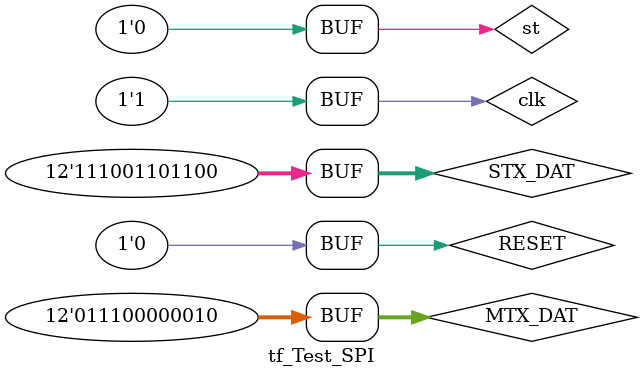
<source format=v>
module tf_Test_SPI;

	// Inputs
	reg st;
	reg clk;
	reg [11:0] MTX_DAT;
	reg RESET;
	reg [11:0] STX_DAT;

	// Outputs
	wire LOAD;
	wire SCLK;
	wire MOSI;
	wire [11:0] MRX_DAT;
	wire [11:0] sr_MTX;
	wire [11:0] sr_MRX;
	wire [7:0] cb_bit;
	wire ce_tact;
	wire MISO;
	wire [11:0] sr_STX;
	wire [11:0] sr_SRX;
	wire [11:0] SRX_DAT;

	// Instantiate the Unit Under Test (UUT)
	Sch_test_SLAVE uut (
		.st(st), 
		.LOAD(LOAD), 
		.clk(clk), 
		.SCLK(SCLK), 
		.MTX_DAT(MTX_DAT), 
		.MOSI(MOSI), 
		.RESET(RESET), 
		.MRX_DAT(MRX_DAT), 
		.sr_MTX(sr_MTX), 
		.sr_MRX(sr_MRX), 
		.cb_bit(cb_bit), 
		.ce_tact(ce_tact), 
		.STX_DAT(STX_DAT), 
		.MISO(MISO), 
		.sr_STX(sr_STX), 
		.sr_SRX(sr_SRX), 
		.SRX_DAT(SRX_DAT)
	);
always begin clk = 0; #10; clk = 1; #10; end
	initial begin
		// Initialize Inputs
		st = 0;
		MTX_DAT = 12'b011100000010;
		RESET = 0;
		STX_DAT = 12'b111001101100;

		#1000;
      st = 1;
		#20;
		st = 0;
		#20000;
				
		RESET = 1;
		#20;
		RESET = 0;
	end
      
endmodule


</source>
